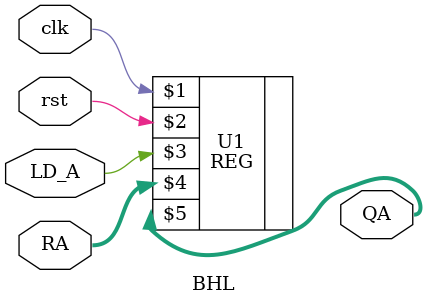
<source format=sv>
module BHL(
  
  input clk,rst,
  input LD_A,
  input reg [3:0] RA,
  output reg [3:0] QA
 
  
);



  REG U1 (clk,rst,LD_A,RA,QA);



endmodule
</source>
